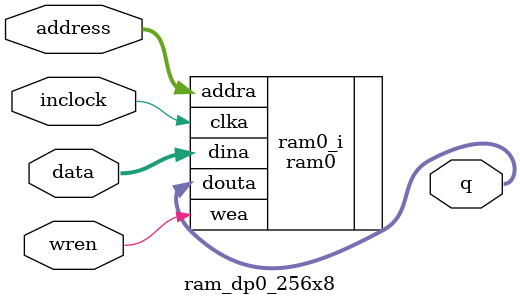
<source format=v>
module adpt_in
(
    input  [31:0]   sw_a,
    input  [31:0]   sw_b,
    input           btn_clk,
    //input           btn_rst,
    output [7:0]    data,
    output [7:0]    addr,
    output          wren,
    output          clk

);

assign clk              = ~btn_clk;
//assign rst_n            = btn_rst;
assign addr             = ~sw_a[7:0];
assign data             = ~sw_b[7:0];
assign wren             = ~sw_b[8];

endmodule

module adpt_out
(
    input  [7:0]    data,
    input           clk_100M,

    output [3:0]    seg_cs,
    output [7:0]    seg_data
);

reg [3:0]   scan_sel    = 4'd0;
parameter   SCAN_DELAY  = 100_000;
reg [16:0]  scan_cnt    = 17'd0;
wire        scan_en     = (scan_cnt == SCAN_DELAY);

always @(posedge clk_100M)
begin
    if (scan_en)
        scan_cnt <= 17'd0;
    else
        scan_cnt <= scan_cnt + 1'b1;
end

always @(posedge clk_100M)
begin
    if (scan_en)
        if (scan_sel == 4'd1) // 2 digits
            scan_sel <= 4'd0;
        else
            scan_sel <= scan_sel + 1'b1;
end


wire [6:0]      LED7S;
wire [3:0]      A;

assign A =  (scan_sel == 4'd0) ? data[3:0] :
            (scan_sel == 4'd1) ? data[7:4] :
            4'h0;

assign LED7S    =   (A == 4'h0) ? 7'b100_0000 : // 0
                    (A == 4'h1) ? 7'b111_1001 : // 1
                    (A == 4'h2) ? 7'b010_0100 : // 2
                    (A == 4'h3) ? 7'b011_0000 : // 3
                    (A == 4'h4) ? 7'b001_1001 : // 4
                    (A == 4'h5) ? 7'b001_0010 : // 5
                    (A == 4'h6) ? 7'b000_0010 : // 6
                    (A == 4'h7) ? 7'b111_1000 : // 7
                    (A == 4'h8) ? 7'b000_0000 : // 8
                    (A == 4'h9) ? 7'b001_0000 : // 9
                    (A == 4'ha) ? 7'b000_1000 : // A
                    (A == 4'hb) ? 7'b000_0011 : // b
                    (A == 4'hc) ? 7'b100_0110 : // C
                    (A == 4'hd) ? 7'b010_0001 : // d
                    (A == 4'he) ? 7'b000_0110 : // E
                    (A == 4'hf) ? 7'b000_1110 : // F
                    7'h7f; // no display

assign seg_cs   = scan_sel;
assign seg_data = {1'b1, LED7S};


endmodule




module ram_dp0_256x8
(
    input  [7:0]    data,
    input  [7:0]    address,
    input           wren,
    input           inclock,
    output [7:0]    q
);


ram0 ram0_i 
(
  .clka(inclock),    // input wire clka
  .wea(wren),      // input wire [0 : 0] wea
  .addra(address),  // input wire [7 : 0] addra
  .dina(data),    // input wire [7 : 0] dina
  .douta(q)  // output wire [7 : 0] douta
);


endmodule





</source>
